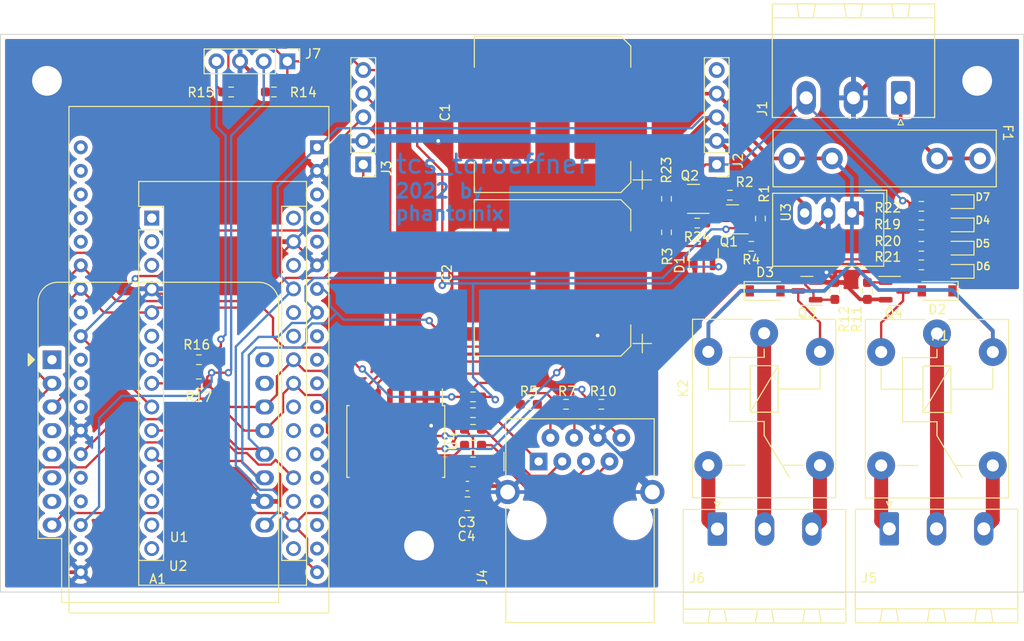
<source format=kicad_pcb>
(kicad_pcb (version 20211014) (generator pcbnew)

  (general
    (thickness 1.6)
  )

  (paper "A4")
  (layers
    (0 "F.Cu" signal)
    (31 "B.Cu" signal)
    (32 "B.Adhes" user "B.Adhesive")
    (33 "F.Adhes" user "F.Adhesive")
    (34 "B.Paste" user)
    (35 "F.Paste" user)
    (36 "B.SilkS" user "B.Silkscreen")
    (37 "F.SilkS" user "F.Silkscreen")
    (38 "B.Mask" user)
    (39 "F.Mask" user)
    (40 "Dwgs.User" user "User.Drawings")
    (41 "Cmts.User" user "User.Comments")
    (42 "Eco1.User" user "User.Eco1")
    (43 "Eco2.User" user "User.Eco2")
    (44 "Edge.Cuts" user)
    (45 "Margin" user)
    (46 "B.CrtYd" user "B.Courtyard")
    (47 "F.CrtYd" user "F.Courtyard")
    (48 "B.Fab" user)
    (49 "F.Fab" user)
    (50 "User.1" user "Nutzer.1")
    (51 "User.2" user "Nutzer.2")
    (52 "User.3" user "Nutzer.3")
    (53 "User.4" user "Nutzer.4")
    (54 "User.5" user "Nutzer.5")
    (55 "User.6" user "Nutzer.6")
    (56 "User.7" user "Nutzer.7")
    (57 "User.8" user "Nutzer.8")
    (58 "User.9" user "Nutzer.9")
  )

  (setup
    (stackup
      (layer "F.SilkS" (type "Top Silk Screen"))
      (layer "F.Paste" (type "Top Solder Paste"))
      (layer "F.Mask" (type "Top Solder Mask") (thickness 0.01))
      (layer "F.Cu" (type "copper") (thickness 0.035))
      (layer "dielectric 1" (type "core") (thickness 1.51) (material "FR4") (epsilon_r 4.5) (loss_tangent 0.02))
      (layer "B.Cu" (type "copper") (thickness 0.035))
      (layer "B.Mask" (type "Bottom Solder Mask") (thickness 0.01))
      (layer "B.Paste" (type "Bottom Solder Paste"))
      (layer "B.SilkS" (type "Bottom Silk Screen"))
      (copper_finish "None")
      (dielectric_constraints no)
    )
    (pad_to_mask_clearance 0)
    (pcbplotparams
      (layerselection 0x00010fc_ffffffff)
      (disableapertmacros false)
      (usegerberextensions false)
      (usegerberattributes true)
      (usegerberadvancedattributes true)
      (creategerberjobfile true)
      (svguseinch false)
      (svgprecision 6)
      (excludeedgelayer true)
      (plotframeref false)
      (viasonmask false)
      (mode 1)
      (useauxorigin false)
      (hpglpennumber 1)
      (hpglpenspeed 20)
      (hpglpendiameter 15.000000)
      (dxfpolygonmode true)
      (dxfimperialunits true)
      (dxfusepcbnewfont true)
      (psnegative false)
      (psa4output false)
      (plotreference true)
      (plotvalue true)
      (plotinvisibletext false)
      (sketchpadsonfab false)
      (subtractmaskfromsilk false)
      (outputformat 1)
      (mirror false)
      (drillshape 0)
      (scaleselection 1)
      (outputdirectory "gerber/")
    )
  )

  (net 0 "")
  (net 1 "unconnected-(A1-Pad1)")
  (net 2 "unconnected-(A1-Pad2)")
  (net 3 "unconnected-(A1-Pad3)")
  (net 4 "GND")
  (net 5 "API_SWITCH")
  (net 6 "unconnected-(A1-Pad6)")
  (net 7 "Net-(A1-Pad7)")
  (net 8 "Net-(A1-Pad8)")
  (net 9 "AUDIO_SEND")
  (net 10 "TCS_READ")
  (net 11 "TCS_SEND")
  (net 12 "unconnected-(A1-Pad12)")
  (net 13 "unconnected-(A1-Pad13)")
  (net 14 "unconnected-(A1-Pad14)")
  (net 15 "unconnected-(A1-Pad15)")
  (net 16 "unconnected-(A1-Pad16)")
  (net 17 "3V3")
  (net 18 "unconnected-(A1-Pad18)")
  (net 19 "AUDIO_READ")
  (net 20 "unconnected-(A1-Pad20)")
  (net 21 "unconnected-(A1-Pad21)")
  (net 22 "unconnected-(A1-Pad22)")
  (net 23 "SDA")
  (net 24 "SCL")
  (net 25 "unconnected-(A1-Pad25)")
  (net 26 "unconnected-(A1-Pad26)")
  (net 27 "5V")
  (net 28 "unconnected-(A1-Pad28)")
  (net 29 "unconnected-(A1-Pad30)")
  (net 30 "tcs_24v")
  (net 31 "REL1_CTRL")
  (net 32 "REL2_CTRL")
  (net 33 "tcs_signal")
  (net 34 "AUDIO_SEND_EN")
  (net 35 "Net-(Q1-Pad3)")
  (net 36 "unconnected-(U1-Pad3)")
  (net 37 "unconnected-(U1-Pad4)")
  (net 38 "unconnected-(U1-Pad5)")
  (net 39 "unconnected-(U1-Pad9)")
  (net 40 "unconnected-(U1-Pad10)")
  (net 41 "unconnected-(U1-Pad11)")
  (net 42 "unconnected-(U1-Pad12)")
  (net 43 "unconnected-(U1-Pad13)")
  (net 44 "unconnected-(U1-Pad14)")
  (net 45 "unconnected-(U1-Pad15)")
  (net 46 "unconnected-(U1-Pad16)")
  (net 47 "unconnected-(U1-Pad17)")
  (net 48 "unconnected-(U1-Pad18)")
  (net 49 "unconnected-(U1-Pad21)")
  (net 50 "unconnected-(U1-Pad23)")
  (net 51 "unconnected-(U1-Pad24)")
  (net 52 "unconnected-(U1-Pad27)")
  (net 53 "unconnected-(U1-Pad28)")
  (net 54 "unconnected-(U1-Pad29)")
  (net 55 "unconnected-(U1-Pad31)")
  (net 56 "unconnected-(U1-Pad34)")
  (net 57 "unconnected-(U1-Pad35)")
  (net 58 "unconnected-(U1-Pad36)")
  (net 59 "unconnected-(U1-Pad37)")
  (net 60 "unconnected-(U1-Pad38)")
  (net 61 "unconnected-(U2-Pad1)")
  (net 62 "unconnected-(U2-Pad4)")
  (net 63 "unconnected-(U2-Pad5)")
  (net 64 "unconnected-(U2-Pad6)")
  (net 65 "unconnected-(U2-Pad7)")
  (net 66 "unconnected-(U2-Pad15)")
  (net 67 "unconnected-(U2-Pad16)")
  (net 68 "unconnected-(U4-Pad13)")
  (net 69 "Net-(D6-Pad2)")
  (net 70 "Net-(R22-Pad1)")
  (net 71 "Net-(J4-Pad3)")
  (net 72 "Net-(J4-Pad4)")
  (net 73 "Net-(J4-Pad2)")
  (net 74 "Net-(J4-Pad8)")
  (net 75 "/k2sw")
  (net 76 "/tcs24_fuse")
  (net 77 "/k1b")
  (net 78 "/k1c")
  (net 79 "/k1a")
  (net 80 "/k2b")
  (net 81 "/k2c")
  (net 82 "/k2a")
  (net 83 "/k1sw")
  (net 84 "Net-(J4-Pad5)")
  (net 85 "Net-(D4-Pad2)")
  (net 86 "Net-(D5-Pad2)")
  (net 87 "Net-(J4-Pad7)")
  (net 88 "unconnected-(J2-Pad5)")
  (net 89 "APISW_1")
  (net 90 "LED1_R")
  (net 91 "LED2_R")
  (net 92 "LED2_G")
  (net 93 "LED1_G")
  (net 94 "Net-(Q2-Pad1)")
  (net 95 "Net-(R2-Pad1)")

  (footprint "Resistor_SMD:R_0603_1608Metric_Pad0.98x0.95mm_HandSolder" (layer "F.Cu") (at 110.8 159.8 180))

  (footprint "Resistor_SMD:R_0603_1608Metric_Pad0.98x0.95mm_HandSolder" (layer "F.Cu") (at 100.8 164.2 180))

  (footprint "Resistor_SMD:R_0603_1608Metric_Pad0.98x0.95mm_HandSolder" (layer "F.Cu") (at 121.6 137.7 -90))

  (footprint "Package_TO_SOT_SMD:SOT-23" (layer "F.Cu") (at 136.7 147.6 180))

  (footprint "LED_SMD:LED_0603_1608Metric_Pad1.05x0.95mm_HandSolder" (layer "F.Cu") (at 153 138 180))

  (footprint "Connector_PinHeader_2.54mm:PinHeader_1x05_P2.54mm_Vertical" (layer "F.Cu") (at 89 134 180))

  (footprint "Resistor_SMD:R_0603_1608Metric_Pad0.98x0.95mm_HandSolder" (layer "F.Cu") (at 139.7 147.6 90))

  (footprint "Module:WEMOS_D1_mini_light" (layer "F.Cu") (at 55.53875 155.00875))

  (footprint "Capacitor_SMD:CP_Elec_16x17.5" (layer "F.Cu") (at 109.35 146.2 180))

  (footprint "Resistor_SMD:R_0603_1608Metric_Pad0.98x0.95mm_HandSolder" (layer "F.Cu") (at 130.7125 142.8 180))

  (footprint "Connector_Phoenix_MSTB:PhoenixContact_MSTBA_2,5_3-G-5,08_1x03_P5.08mm_Horizontal" (layer "F.Cu") (at 146.78 126.8275 180))

  (footprint "Relay_THT:Relay_SPDT_Finder_36.11" (layer "F.Cu") (at 132.1 152.15 -90))

  (footprint "Resistor_SMD:R_0603_1608Metric_Pad0.98x0.95mm_HandSolder" (layer "F.Cu") (at 79.4 126.2))

  (footprint "Package_SO:SOIC-16W_7.5x10.3mm_P1.27mm" (layer "F.Cu") (at 92.5 163.8 -90))

  (footprint "Resistor_SMD:R_0603_1608Metric_Pad0.98x0.95mm_HandSolder" (layer "F.Cu") (at 149 142.8))

  (footprint "Resistor_SMD:R_0603_1608Metric_Pad0.98x0.95mm_HandSolder" (layer "F.Cu") (at 100.8 166 180))

  (footprint "Capacitor_SMD:CP_Elec_16x17.5" (layer "F.Cu") (at 109.35 128.6 180))

  (footprint "Connector_Phoenix_MSTB:PhoenixContact_MSTBA_2,5_3-G-5,08_1x03_P5.08mm_Horizontal" (layer "F.Cu") (at 145.55 173.2))

  (footprint "Connector_PinHeader_2.54mm:PinHeader_1x04_P2.54mm_Vertical" (layer "F.Cu") (at 80.84 122.9 -90))

  (footprint "Connector_PinHeader_2.54mm:PinHeader_1x05_P2.54mm_Vertical" (layer "F.Cu") (at 127 134 180))

  (footprint "Connector_Phoenix_MSTB:PhoenixContact_MSTBA_2,5_3-G-5,08_1x03_P5.08mm_Horizontal" (layer "F.Cu") (at 127.07 173.2225))

  (footprint "Resistor_SMD:R_0603_1608Metric_Pad0.98x0.95mm_HandSolder" (layer "F.Cu") (at 149 140.5 180))

  (footprint "LED_SMD:LED_0603_1608Metric_Pad1.05x0.95mm_HandSolder" (layer "F.Cu") (at 153 143 180))

  (footprint "Resistor_SMD:R_0603_1608Metric_Pad0.98x0.95mm_HandSolder" (layer "F.Cu") (at 131.7 139.8125 90))

  (footprint "Resistor_SMD:R_0603_1608Metric_Pad0.98x0.95mm_HandSolder" (layer "F.Cu") (at 128.4125 137.3))

  (footprint "Package_TO_SOT_SMD:SOT-23" (layer "F.Cu") (at 124.5 137.7 180))

  (footprint "Package_TO_SOT_SMD:SOT-23" (layer "F.Cu") (at 146.1 147.6))

  (footprint "Resistor_SMD:R_0603_1608Metric_Pad0.98x0.95mm_HandSolder" (layer "F.Cu") (at 100.8 160.7))

  (footprint "Diode_SMD:D_SOD-123" (layer "F.Cu") (at 150.7 147.6 180))

  (footprint "mepb_8-8g:mepb_8-8g" (layer "F.Cu") (at 112.3 172.3))

  (footprint "LED_SMD:LED_0603_1608Metric_Pad1.05x0.95mm_HandSolder" (layer "F.Cu") (at 153 140.5 180))

  (footprint "Diode_SMD:D_SOD-123" (layer "F.Cu") (at 132.2 147.6))

  (footprint "Module:Arduino_Nano" (layer "F.Cu") (at 66.26375 139.76625))

  (footprint "Resistor_SMD:R_0603_1608Metric_Pad0.98x0.95mm_HandSolder" (layer "F.Cu") (at 124.9 140.3))

  (footprint "Capacitor_SMD:C_0805_2012Metric" (layer "F.Cu") (at 100.2 170.5 180))

  (footprint "Resistor_SMD:R_0603_1608Metric_Pad0.98x0.95mm_HandSolder" (layer "F.Cu") (at 106.8 159.8 180))

  (footprint "Fuse:Fuseholder_Littelfuse_100_series_5x20mm" (layer "F.Cu") (at 155.3 133.35 180))

  (footprint "Resistor_SMD:R_0603_1608Metric_Pad0.98x0.95mm_HandSolder" (layer "F.Cu") (at 71.33375 155.00625 180))

  (footprint "LED_SMD:LED_0603_1608Metric_Pad1.05x0.95mm_HandSolder" (layer "F.Cu") (at 153 145.5 180))

  (footprint "Package_TO_SOT_SMD:SOT-23" (layer "F.Cu") (at 128.7 139.9 180))

  (footprint "Capacitor_SMD:C_0603_1608Metric_Pad1.08x0.95mm_HandSolder" (layer "F.Cu") (at 100.2 168.6 180))

  (footprint "Resistor_SMD:R_0603_1608Metric_Pad0.98x0.95mm_HandSolder" (layer "F.Cu") (at 121.6 141.3 90))

  (footprint "Relay_THT:Relay_SPDT_Finder_36.11" (layer "F.Cu") (at 150.68 152.1775 -90))

  (footprint "esp32_nodemcu:esp32_nodemcu" (layer "F.Cu") (at 71.33375 155.00625))

  (footprint "Converter_DCDC:Converter_DCDC_TRACO_TSR-1_THT" (layer "F.Cu") (at 141.5325 139.2175 180))

  (footprint "Resistor_SMD:R_0603_1608Metric_Pad0.98x0.95mm_HandSolder" (layer "F.Cu")
    (tedit 5F68FEEE) (tstamp ca735dd6-f6a2-4051-9ee6-710c837adf5c)
    (at 149 138.5 180)
    (descr "Resistor SMD 0603 (1608 Metric), square (rectangular) end terminal, IPC_7351 nominal with elongated pad for handsoldering. (Body size source: IPC-SM-782 page 72, https://www.pcb-3d.com/wordpress/wp-content/uploads/ipc-sm-782a_amendment_1_and_2.pdf), generated with kicad-footprint-generator")
    (tags "resistor handsolder")
    (property "Sheetfile" "tcs_toroeffner.kicad_sch")
    (property "Sheetname" "")
    (path "/3777e1e7-d7e0-4b3b-90ed-e599c8bfcdb3")
    (attr smd)
    (fp_text reference "R22" (at 3.6 -0.15) (layer "F.SilkS")
      (effects (font (size 1 1) (thickness 0.15)))
      (tstamp fb059c09-0fda-4464-9dfd-704e2076fdad)
    )
    (fp_text value "22k" (at 0 1.43) (layer "F.F
... [744795 chars truncated]
</source>
